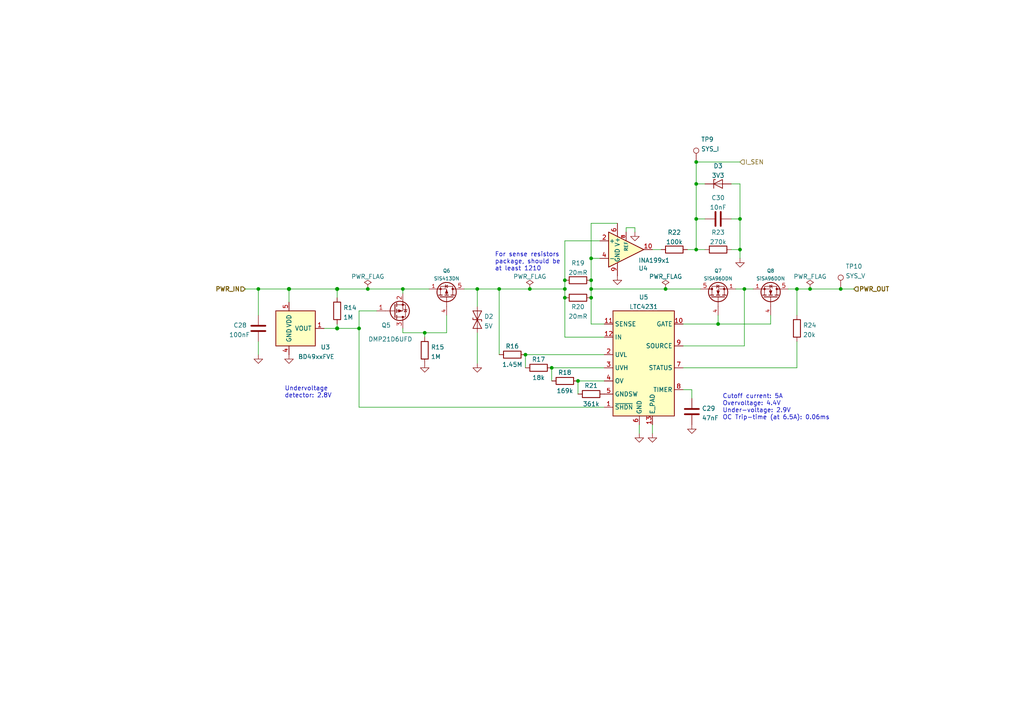
<source format=kicad_sch>
(kicad_sch (version 20210621) (generator eeschema)
  (paper "A4")
  (title_block (title "BUTCube - EPS") (date "2021-06-01") (rev "v1.0") (company "VUT - FIT(STRaDe) & FME(IAE & IPE)") (comment 1 "Author: Petr Malaník"))
  (lib_symbols
    (symbol "Connector:TestPoint" (pin_numbers hide) (pin_names (offset 0.762) hide)
      (property "Reference" "TP" (at 0 6.858 0))
      (property "Value" "TestPoint" (at 0 5.08 0))
      (symbol "TestPoint_0_1"
        (circle (center 0 3.302) (radius 0.762))
      )
      (symbol "TestPoint_1_1"
        (pin passive line (at 0 0 90) (length 2.54) (name "1") (number "1"))
      )
    )
    (symbol "Device:C" (pin_numbers hide) (pin_names (offset 0.254))
      (property "Reference" "C" (at 0.635 2.54 0))
      (property "Value" "C" (at 0.635 -2.54 0))
      (symbol "C_0_1"
        (polyline (pts (xy -2.032 -0.762) (xy 2.032 -0.762)) (stroke (width 0.508)))
        (polyline (pts (xy -2.032 0.762) (xy 2.032 0.762)) (stroke (width 0.508)))
      )
      (symbol "C_1_1"
        (pin passive line (at 0 3.81 270) (length 2.794) (name "~") (number "1"))
        (pin passive line (at 0 -3.81 90) (length 2.794) (name "~") (number "2"))
      )
    )
    (symbol "Device:D_TVS" (pin_numbers hide) (pin_names (offset 1.016) hide)
      (property "Reference" "D" (at 0 2.54 0))
      (property "Value" "D_TVS" (at 0 -2.54 0))
      (symbol "D_TVS_0_1"
        (polyline (pts (xy 1.27 0) (xy -1.27 0)))
        (polyline (pts (xy -2.54 -1.27) (xy 0 0) (xy -2.54 1.27) (xy -2.54 -1.27)) (stroke (width 0.2032)))
        (polyline (pts (xy 0.508 1.27) (xy 0 1.27) (xy 0 -1.27) (xy -0.508 -1.27)) (stroke (width 0.2032)))
        (polyline (pts (xy 2.54 1.27) (xy 2.54 -1.27) (xy 0 0) (xy 2.54 1.27)) (stroke (width 0.2032)))
      )
      (symbol "D_TVS_1_1"
        (pin passive line (at -3.81 0 0) (length 2.54) (name "A1") (number "1"))
        (pin passive line (at 3.81 0 180) (length 2.54) (name "A2") (number "2"))
      )
    )
    (symbol "Device:D_Zener" (pin_numbers hide) (pin_names (offset 1.016) hide)
      (property "Reference" "D" (at 0 2.54 0))
      (property "Value" "D_Zener" (at 0 -2.54 0))
      (symbol "D_Zener_0_1"
        (polyline (pts (xy 1.27 0) (xy -1.27 0)))
        (polyline (pts (xy -1.27 -1.27) (xy -1.27 1.27) (xy -0.762 1.27)) (stroke (width 0.2032)))
        (polyline (pts (xy 1.27 -1.27) (xy 1.27 1.27) (xy -1.27 0) (xy 1.27 -1.27)) (stroke (width 0.2032)))
      )
      (symbol "D_Zener_1_1"
        (pin passive line (at -3.81 0 0) (length 2.54) (name "K") (number "1"))
        (pin passive line (at 3.81 0 180) (length 2.54) (name "A") (number "2"))
      )
    )
    (symbol "Device:R" (pin_numbers hide) (pin_names (offset 0))
      (property "Reference" "R" (at 2.032 0 90))
      (property "Value" "R" (at 0 0 90))
      (symbol "R_0_1"
        (rectangle (start -1.016 -2.54) (end 1.016 2.54) (stroke (width 0.254)))
      )
      (symbol "R_1_1"
        (pin passive line (at 0 3.81 270) (length 1.27) (name "~") (number "1"))
        (pin passive line (at 0 -3.81 90) (length 1.27) (name "~") (number "2"))
      )
    )
    (symbol "Power_Management:BD49xxFVE" (pin_names (offset 1.016))
      (property "Reference" "U" (at -3.81 6.35 0))
      (property "Value" "BD49xxFVE" (at -5.08 0 90))
      (symbol "BD49xxFVE_1_1"
        (rectangle (start -3.81 5.08) (end 7.62 -5.08) (stroke (width 0.254)) (fill (type background)))
        (pin output line (at 10.16 0 180) (length 2.54) (name "VOUT") (number "1"))
        (pin passive line (at 0 -7.62 90) (length 2.54) hide (name "GND") (number "2"))
        (pin power_in line (at 0 -7.62 90) (length 2.54) (name "GND") (number "4"))
        (pin power_in line (at 0 7.62 270) (length 2.54) (name "VDD") (number "5"))
      )
    )
    (symbol "TCY_power_management:INA199" (pin_names (offset 0.127))
      (property "Reference" "U" (at 3.81 3.81 0))
      (property "Value" "INA199" (at 3.81 -3.81 0))
      (symbol "INA199_0_1"
        (polyline (pts (xy 5.08 0) (xy -5.08 5.08) (xy -5.08 -5.08) (xy 5.08 0)) (stroke (width 0.254)) (fill (type background)))
      )
      (symbol "INA199_1_1"
        (pin output line (at 7.62 0 180) (length 2.54) (name "~") (number "10"))
        (pin input line (at -7.62 2.54 0) (length 2.54) (name "+") (number "2"))
        (pin input line (at -7.62 2.54 0) (length 2.54) hide (name "+") (number "3"))
        (pin input line (at -7.62 -2.54 0) (length 2.54) (name "-") (number "4"))
        (pin input line (at -7.62 -2.54 0) (length 2.54) hide (name "-") (number "5"))
        (pin power_in line (at -2.54 7.62 270) (length 3.81) (name "V+") (number "6"))
        (pin input line (at 0 5.08 270) (length 2.54) (name "REF") (number "8"))
        (pin power_in line (at -2.54 -7.62 90) (length 3.81) (name "GND") (number "9"))
      )
    )
    (symbol "TCY_power_management:LTC4231"
      (property "Reference" "U" (at 0 11.43 0))
      (property "Value" "LTC4231" (at 0 -5.08 0))
      (symbol "LTC4231_0_1"
        (rectangle (start -8.89 15.24) (end 8.89 -15.24) (stroke (width 0.254)) (fill (type background)))
      )
      (symbol "LTC4231_1_1"
        (pin input line (at -11.43 -12.7 0) (length 2.54) (name "~{SHDN}") (number "1"))
        (pin output line (at 11.43 11.43 180) (length 2.54) (name "GATE") (number "10"))
        (pin input line (at -11.43 11.43 0) (length 2.54) (name "SENSE") (number "11"))
        (pin power_in line (at -11.43 7.62 0) (length 2.54) (name "IN") (number "12"))
        (pin passive line (at 2.54 -17.78 90) (length 2.54) (name "E_PAD") (number "13"))
        (pin input line (at -11.43 2.54 0) (length 2.54) (name "UVL") (number "2"))
        (pin input line (at -11.43 -1.27 0) (length 2.54) (name "UVH") (number "3"))
        (pin input line (at -11.43 -5.08 0) (length 2.54) (name "OV") (number "4"))
        (pin passive line (at -11.43 -8.89 0) (length 2.54) (name "GNDSW") (number "5"))
        (pin passive line (at -1.27 -17.78 90) (length 2.54) (name "GND") (number "6"))
        (pin output line (at 11.43 -1.27 180) (length 2.54) (name "STATUS") (number "7"))
        (pin passive line (at 11.43 -7.62 180) (length 2.54) (name "TIMER") (number "8"))
        (pin input line (at 11.43 5.08 180) (length 2.54) (name "SOURCE") (number "9"))
      )
    )
    (symbol "TCY_transistors:DMP21D6UFD" (pin_names (offset 0) hide)
      (property "Reference" "Q" (at 5.08 1.27 0))
      (property "Value" "DMP21D6UFD" (at -2.54 -15.24 0))
      (symbol "DMP21D6UFD_0_1"
        (circle (center 1.651 0) (radius 2.794) (stroke (width 0.254)))
        (circle (center 2.54 -1.778) (radius 0.254) (fill (type outline)))
        (circle (center 2.54 1.778) (radius 0.254) (fill (type outline)))
        (polyline (pts (xy 0.254 0) (xy -2.54 0)))
        (polyline (pts (xy 0.254 1.905) (xy 0.254 -1.905)) (stroke (width 0.254)))
        (polyline (pts (xy 0.762 -1.27) (xy 0.762 -2.286)) (stroke (width 0.254)))
        (polyline (pts (xy 0.762 0.508) (xy 0.762 -0.508)) (stroke (width 0.254)))
        (polyline (pts (xy 0.762 2.286) (xy 0.762 1.27)) (stroke (width 0.254)))
        (polyline (pts (xy 2.54 2.54) (xy 2.54 1.778)))
        (polyline (pts (xy 2.54 -2.54) (xy 2.54 0) (xy 0.762 0)))
        (polyline (pts (xy 0.762 1.778) (xy 3.302 1.778) (xy 3.302 -1.778) (xy 0.762 -1.778)))
        (polyline (pts (xy 2.794 -0.508) (xy 2.921 -0.381) (xy 3.683 -0.381) (xy 3.81 -0.254)))
        (polyline (pts (xy 3.302 -0.381) (xy 2.921 0.254) (xy 3.683 0.254) (xy 3.302 -0.381)))
        (polyline (pts (xy 2.286 0) (xy 1.27 0.381) (xy 1.27 -0.381) (xy 2.286 0)) (fill (type outline)))
      )
      (symbol "DMP21D6UFD_1_1"
        (pin input line (at -5.08 0 0) (length 2.54) (name "G") (number "1"))
        (pin passive line (at 2.54 -5.08 90) (length 2.54) (name "S") (number "2"))
        (pin passive line (at 2.54 5.08 270) (length 2.54) (name "D") (number "3"))
      )
    )
    (symbol "TCY_transistors:SiS413DN" (pin_names hide)
      (property "Reference" "Q" (at 8.89 2.54 0))
      (property "Value" "SiS413DN" (at 8.89 0 0))
      (symbol "SiS413DN_0_1"
        (circle (center -0.889 0) (radius 2.794) (stroke (width 0.254)))
        (circle (center 0 -1.778) (radius 0.254) (fill (type outline)))
        (circle (center 0 1.778) (radius 0.254) (fill (type outline)))
        (polyline (pts (xy -2.286 0) (xy -5.08 0)))
        (polyline (pts (xy -2.286 1.905) (xy -2.286 -1.905)) (stroke (width 0.254)))
        (polyline (pts (xy -1.778 -1.27) (xy -1.778 -2.286)) (stroke (width 0.254)))
        (polyline (pts (xy -1.778 0.508) (xy -1.778 -0.508)) (stroke (width 0.254)))
        (polyline (pts (xy -1.778 2.286) (xy -1.778 1.27)) (stroke (width 0.254)))
        (polyline (pts (xy 0 2.54) (xy 0 1.778)))
        (polyline (pts (xy 0 -2.54) (xy 0 0) (xy -1.778 0)))
        (polyline (pts (xy -1.778 1.778) (xy 0.762 1.778) (xy 0.762 -1.778) (xy -1.778 -1.778)))
        (polyline (pts (xy 0.254 -0.508) (xy 0.381 -0.381) (xy 1.143 -0.381) (xy 1.27 -0.254)))
        (polyline (pts (xy 0.762 -0.381) (xy 0.381 0.254) (xy 1.143 0.254) (xy 0.762 -0.381)))
        (polyline (pts (xy -0.254 0) (xy -1.27 0.381) (xy -1.27 -0.381) (xy -0.254 0)) (fill (type outline)))
      )
      (symbol "SiS413DN_1_1"
        (pin passive line (at 0 -5.08 90) (length 2.54) (name "S") (number "1"))
        (pin passive line (at 0 -5.08 90) (length 2.54) hide (name "S") (number "2"))
        (pin passive line (at 0 -5.08 90) (length 2.54) hide (name "S") (number "3"))
        (pin passive line (at -7.62 0 0) (length 2.54) (name "G") (number "4"))
        (pin passive line (at 0 5.08 270) (length 2.54) (name "D") (number "5"))
      )
    )
    (symbol "TCY_transistors:SiSA96DDN" (pin_names hide)
      (property "Reference" "Q" (at 7.62 1.27 0))
      (property "Value" "SiSA96DDN" (at 7.62 -1.27 0))
      (symbol "SiSA96DDN_0_1"
        (circle (center 1.651 0) (radius 2.794) (stroke (width 0.254)))
        (circle (center 2.54 -1.778) (radius 0.254) (fill (type outline)))
        (circle (center 2.54 1.778) (radius 0.254) (fill (type outline)))
        (polyline (pts (xy 0.254 0) (xy -2.54 0)))
        (polyline (pts (xy 0.254 1.905) (xy 0.254 -1.905)) (stroke (width 0.254)))
        (polyline (pts (xy 0.762 -1.27) (xy 0.762 -2.286)) (stroke (width 0.254)))
        (polyline (pts (xy 0.762 0.508) (xy 0.762 -0.508)) (stroke (width 0.254)))
        (polyline (pts (xy 0.762 2.286) (xy 0.762 1.27)) (stroke (width 0.254)))
        (polyline (pts (xy 2.54 2.54) (xy 2.54 1.778)))
        (polyline (pts (xy 2.54 2.54) (xy 2.54 1.778)))
        (polyline (pts (xy 2.54 -2.54) (xy 2.54 0) (xy 0.762 0)))
        (polyline (pts (xy 0.762 -1.778) (xy 3.302 -1.778) (xy 3.302 1.778) (xy 0.762 1.778)))
        (polyline (pts (xy 2.794 0.508) (xy 2.921 0.381) (xy 3.683 0.381) (xy 3.81 0.254)))
        (polyline (pts (xy 3.302 0.381) (xy 2.921 -0.254) (xy 3.683 -0.254) (xy 3.302 0.381)))
        (polyline (pts (xy 1.016 0) (xy 2.032 0.381) (xy 2.032 -0.381) (xy 1.016 0)) (fill (type outline)))
      )
      (symbol "SiSA96DDN_1_1"
        (pin passive line (at 2.54 -5.08 90) (length 2.54) (name "S") (number "1"))
        (pin passive line (at 2.54 -5.08 90) (length 2.54) hide (name "S") (number "2"))
        (pin passive line (at 2.54 -5.08 90) (length 2.54) hide (name "S") (number "3"))
        (pin passive line (at -5.08 0 0) (length 2.54) (name "G") (number "4"))
        (pin passive line (at 2.54 5.08 270) (length 2.54) (name "D") (number "5"))
      )
    )
    (symbol "power:GND" (power) (pin_names (offset 0))
      (property "Value" "GND" (at 0 -3.81 0))
      (symbol "GND_0_1"
        (polyline (pts (xy 0 0) (xy 0 -1.27) (xy 1.27 -1.27) (xy 0 -2.54) (xy -1.27 -1.27) (xy 0 -1.27)))
      )
      (symbol "GND_1_1"
        (pin power_in line (at 0 0 270) (length 0) hide (name "GND") (number "1"))
      )
    )
    (symbol "power:PWR_FLAG" (power) (pin_numbers hide) (pin_names (offset 0) hide)
      (property "Value" "PWR_FLAG" (at 0 3.81 0))
      (symbol "PWR_FLAG_0_0"
        (pin power_out line (at 0 0 90) (length 0) (name "pwr") (number "1"))
      )
      (symbol "PWR_FLAG_0_1"
        (polyline (pts (xy 0 0) (xy 0 1.27) (xy -1.016 1.905) (xy 0 2.54) (xy 1.016 1.905) (xy 0 1.27)))
      )
    )
  )
  (junction (at 74.93 83.82) (diameter 0.9144))
  (junction (at 83.82 83.82) (diameter 1.016))
  (junction (at 97.79 83.82) (diameter 1.016))
  (junction (at 97.79 95.25) (diameter 1.016))
  (junction (at 104.14 95.25) (diameter 0.9144))
  (junction (at 106.68 83.82) (diameter 0.9144))
  (junction (at 116.84 83.82) (diameter 0.9144))
  (junction (at 123.19 96.52) (diameter 0.9144))
  (junction (at 138.43 83.82) (diameter 0.9144))
  (junction (at 144.78 83.82) (diameter 0.9144))
  (junction (at 152.4 102.87) (diameter 0.9144))
  (junction (at 153.67 83.82) (diameter 0.9144))
  (junction (at 160.02 106.68) (diameter 0.9144))
  (junction (at 163.83 81.28) (diameter 0.9144))
  (junction (at 163.83 83.82) (diameter 0.9144))
  (junction (at 163.83 86.36) (diameter 0.9144))
  (junction (at 167.64 110.49) (diameter 0.9144))
  (junction (at 171.45 74.93) (diameter 0.9144))
  (junction (at 171.45 81.28) (diameter 0.9144))
  (junction (at 171.45 83.82) (diameter 0.9144))
  (junction (at 171.45 86.36) (diameter 0.9144))
  (junction (at 193.04 83.82) (diameter 0.9144))
  (junction (at 201.93 46.99) (diameter 0.9144))
  (junction (at 201.93 53.34) (diameter 0.9144))
  (junction (at 201.93 63.5) (diameter 0.9144))
  (junction (at 201.93 72.39) (diameter 0.9144))
  (junction (at 208.28 93.98) (diameter 0.9144))
  (junction (at 214.63 63.5) (diameter 0.9144))
  (junction (at 214.63 72.39) (diameter 0.9144))
  (junction (at 215.9 83.82) (diameter 0.9144))
  (junction (at 231.14 83.82) (diameter 0.9144))
  (junction (at 234.95 83.82) (diameter 0.9144))
  (junction (at 243.84 83.82) (diameter 0.9144))
  (wire (pts (xy 71.12 83.82) (xy 74.93 83.82)))
  (wire (pts (xy 74.93 83.82) (xy 74.93 91.44)))
  (wire (pts (xy 74.93 83.82) (xy 83.82 83.82)))
  (wire (pts (xy 74.93 99.06) (xy 74.93 102.87)))
  (wire (pts (xy 83.82 83.82) (xy 97.79 83.82)))
  (wire (pts (xy 83.82 87.63) (xy 83.82 83.82)))
  (wire (pts (xy 97.79 83.82) (xy 97.79 86.36)))
  (wire (pts (xy 97.79 83.82) (xy 106.68 83.82)))
  (wire (pts (xy 97.79 93.98) (xy 97.79 95.25)))
  (wire (pts (xy 97.79 95.25) (xy 93.98 95.25)))
  (wire (pts (xy 104.14 90.17) (xy 104.14 95.25)))
  (wire (pts (xy 104.14 95.25) (xy 97.79 95.25)))
  (wire (pts (xy 104.14 118.11) (xy 104.14 95.25)))
  (wire (pts (xy 106.68 83.82) (xy 116.84 83.82)))
  (wire (pts (xy 109.22 90.17) (xy 104.14 90.17)))
  (wire (pts (xy 116.84 83.82) (xy 116.84 85.09)))
  (wire (pts (xy 116.84 83.82) (xy 124.46 83.82)))
  (wire (pts (xy 116.84 95.25) (xy 116.84 96.52)))
  (wire (pts (xy 116.84 96.52) (xy 123.19 96.52)))
  (wire (pts (xy 123.19 96.52) (xy 123.19 97.79)))
  (wire (pts (xy 123.19 96.52) (xy 129.54 96.52)))
  (wire (pts (xy 129.54 91.44) (xy 129.54 96.52)))
  (wire (pts (xy 134.62 83.82) (xy 138.43 83.82)))
  (wire (pts (xy 138.43 83.82) (xy 138.43 88.9)))
  (wire (pts (xy 138.43 83.82) (xy 144.78 83.82)))
  (wire (pts (xy 138.43 96.52) (xy 138.43 105.41)))
  (wire (pts (xy 144.78 83.82) (xy 153.67 83.82)))
  (wire (pts (xy 144.78 102.87) (xy 144.78 83.82)))
  (wire (pts (xy 152.4 102.87) (xy 152.4 106.68)))
  (wire (pts (xy 152.4 102.87) (xy 175.26 102.87)))
  (wire (pts (xy 153.67 83.82) (xy 163.83 83.82)))
  (wire (pts (xy 160.02 106.68) (xy 160.02 110.49)))
  (wire (pts (xy 160.02 106.68) (xy 175.26 106.68)))
  (wire (pts (xy 163.83 69.85) (xy 163.83 81.28)))
  (wire (pts (xy 163.83 81.28) (xy 163.83 83.82)))
  (wire (pts (xy 163.83 86.36) (xy 163.83 83.82)))
  (wire (pts (xy 163.83 97.79) (xy 163.83 86.36)))
  (wire (pts (xy 167.64 110.49) (xy 167.64 114.3)))
  (wire (pts (xy 167.64 110.49) (xy 175.26 110.49)))
  (wire (pts (xy 171.45 64.77) (xy 171.45 74.93)))
  (wire (pts (xy 171.45 64.77) (xy 179.07 64.77)))
  (wire (pts (xy 171.45 74.93) (xy 171.45 81.28)))
  (wire (pts (xy 171.45 81.28) (xy 171.45 83.82)))
  (wire (pts (xy 171.45 83.82) (xy 193.04 83.82)))
  (wire (pts (xy 171.45 86.36) (xy 171.45 83.82)))
  (wire (pts (xy 171.45 93.98) (xy 171.45 86.36)))
  (wire (pts (xy 173.99 69.85) (xy 163.83 69.85)))
  (wire (pts (xy 173.99 74.93) (xy 171.45 74.93)))
  (wire (pts (xy 175.26 93.98) (xy 171.45 93.98)))
  (wire (pts (xy 175.26 97.79) (xy 163.83 97.79)))
  (wire (pts (xy 175.26 118.11) (xy 104.14 118.11)))
  (wire (pts (xy 181.61 66.04) (xy 184.15 66.04)))
  (wire (pts (xy 181.61 67.31) (xy 181.61 66.04)))
  (wire (pts (xy 184.15 66.04) (xy 184.15 67.31)))
  (wire (pts (xy 185.42 123.19) (xy 185.42 125.73)))
  (wire (pts (xy 189.23 72.39) (xy 191.77 72.39)))
  (wire (pts (xy 189.23 123.19) (xy 189.23 125.73)))
  (wire (pts (xy 193.04 83.82) (xy 203.2 83.82)))
  (wire (pts (xy 198.12 93.98) (xy 208.28 93.98)))
  (wire (pts (xy 198.12 100.33) (xy 215.9 100.33)))
  (wire (pts (xy 198.12 106.68) (xy 231.14 106.68)))
  (wire (pts (xy 198.12 113.03) (xy 200.66 113.03)))
  (wire (pts (xy 199.39 72.39) (xy 201.93 72.39)))
  (wire (pts (xy 200.66 113.03) (xy 200.66 115.57)))
  (wire (pts (xy 201.93 46.99) (xy 201.93 53.34)))
  (wire (pts (xy 201.93 46.99) (xy 214.63 46.99)))
  (wire (pts (xy 201.93 53.34) (xy 201.93 63.5)))
  (wire (pts (xy 201.93 63.5) (xy 201.93 72.39)))
  (wire (pts (xy 201.93 72.39) (xy 204.47 72.39)))
  (wire (pts (xy 204.47 53.34) (xy 201.93 53.34)))
  (wire (pts (xy 204.47 63.5) (xy 201.93 63.5)))
  (wire (pts (xy 208.28 91.44) (xy 208.28 93.98)))
  (wire (pts (xy 208.28 93.98) (xy 223.52 93.98)))
  (wire (pts (xy 212.09 53.34) (xy 214.63 53.34)))
  (wire (pts (xy 212.09 63.5) (xy 214.63 63.5)))
  (wire (pts (xy 212.09 72.39) (xy 214.63 72.39)))
  (wire (pts (xy 213.36 83.82) (xy 215.9 83.82)))
  (wire (pts (xy 214.63 53.34) (xy 214.63 63.5)))
  (wire (pts (xy 214.63 63.5) (xy 214.63 72.39)))
  (wire (pts (xy 214.63 72.39) (xy 214.63 74.93)))
  (wire (pts (xy 215.9 83.82) (xy 218.44 83.82)))
  (wire (pts (xy 215.9 100.33) (xy 215.9 83.82)))
  (wire (pts (xy 223.52 91.44) (xy 223.52 93.98)))
  (wire (pts (xy 231.14 83.82) (xy 228.6 83.82)))
  (wire (pts (xy 231.14 83.82) (xy 234.95 83.82)))
  (wire (pts (xy 231.14 91.44) (xy 231.14 83.82)))
  (wire (pts (xy 231.14 99.06) (xy 231.14 106.68)))
  (wire (pts (xy 234.95 83.82) (xy 243.84 83.82)))
  (wire (pts (xy 243.84 83.82) (xy 247.65 83.82)))
  (text "Undervoltage\ndetector: 2.8V" (at 82.55 115.57 0) (effects (font (size 1.27 1.27)) (justify left bottom)))
  (text "For sense resistors\npackage, should be\nat least 1210" (at 143.51 78.74 0) (effects (font (size 1.27 1.27)) (justify left bottom)))
  (text "Cutoff current: 5A\nOvervoltage: 4.4V\nUnder-voltage: 2.9V\nOC Trip-time (at 6.5A): 0.06ms" (at 209.55 121.92 0) (effects (font (size 1.27 1.27)) (justify left bottom)))
  (hierarchical_label "PWR_IN" (shape input) (at 71.12 83.82 180) (effects (font (thickness 0.254))))
  (hierarchical_label "I_SEN" (shape input) (at 214.63 46.99 0))
  (hierarchical_label "PWR_OUT" (shape input) (at 247.65 83.82 0) (effects (font (thickness 0.254))))
  (symbol (lib_id "power:PWR_FLAG") (at 106.68 83.82 0)
    (property "Reference" "#FLG03" (effects hide))
    (property "Value" "PWR_FLAG" (at 106.68 80.2154 0))
  )
  (symbol (lib_id "power:PWR_FLAG") (at 153.67 83.82 0)
    (property "Reference" "#FLG04" (effects hide))
    (property "Value" "PWR_FLAG" (at 153.67 80.2154 0))
  )
  (symbol (lib_id "power:PWR_FLAG") (at 193.04 83.82 0)
    (property "Reference" "#FLG05" (effects hide))
    (property "Value" "PWR_FLAG" (at 193.04 80.2154 0))
  )
  (symbol (lib_id "power:PWR_FLAG") (at 234.95 83.82 0)
    (property "Reference" "#FLG06" (effects hide))
    (property "Value" "PWR_FLAG" (at 234.95 80.2154 0))
  )
  (symbol (lib_id "Connector:TestPoint") (at 201.93 46.99 0)
    (property "Reference" "TP9" (at 203.3271 40.43 0) (effects (justify left)))
    (property "Value" "SYS_I" (at 203.3271 43.2051 0) (effects (justify left)))
    (property "Footprint" "TCY_connectors:TestPoint_Pad_D0.5mm" (effects hide))
  )
  (symbol (lib_id "Connector:TestPoint") (at 243.84 83.82 0)
    (property "Reference" "TP10" (at 245.2371 77.26 0) (effects (justify left)))
    (property "Value" "SYS_V" (at 245.2371 80.0351 0) (effects (justify left)))
    (property "Footprint" "TCY_connectors:TestPoint_Pad_D0.5mm" (effects hide))
  )
  (symbol (lib_id "power:GND") (at 74.93 102.87 0)
    (property "Reference" "#PWR053" (effects hide))
    (property "Value" "GND" (effects hide))
  )
  (symbol (lib_id "power:GND") (at 83.82 102.87 0)
    (property "Reference" "#PWR054" (effects hide))
    (property "Value" "GND" (effects hide))
  )
  (symbol (lib_id "power:GND") (at 123.19 105.41 0)
    (property "Reference" "#PWR055" (effects hide))
    (property "Value" "GND" (effects hide))
  )
  (symbol (lib_id "power:GND") (at 138.43 105.41 0)
    (property "Reference" "#PWR056" (effects hide))
    (property "Value" "GND" (effects hide))
  )
  (symbol (lib_id "power:GND") (at 179.07 80.01 0)
    (property "Reference" "#PWR057" (effects hide))
    (property "Value" "GND" (effects hide))
  )
  (symbol (lib_id "power:GND") (at 184.15 67.31 0)
    (property "Reference" "#PWR058" (effects hide))
    (property "Value" "GND" (effects hide))
  )
  (symbol (lib_id "power:GND") (at 185.42 125.73 0)
    (property "Reference" "#PWR059" (effects hide))
    (property "Value" "GND" (effects hide))
  )
  (symbol (lib_id "power:GND") (at 189.23 125.73 0)
    (property "Reference" "#PWR060" (effects hide))
    (property "Value" "GND" (effects hide))
  )
  (symbol (lib_id "power:GND") (at 200.66 123.19 0)
    (property "Reference" "#PWR061" (effects hide))
    (property "Value" "GND" (effects hide))
  )
  (symbol (lib_id "power:GND") (at 214.63 74.93 0)
    (property "Reference" "#PWR062" (effects hide))
    (property "Value" "GND" (effects hide))
  )
  (symbol (lib_id "Device:R") (at 97.79 90.17 0)
    (property "Reference" "R14" (at 99.5681 89.2615 0) (effects (justify left)))
    (property "Value" "1M" (at 99.5681 92.0366 0) (effects (justify left)))
    (property "Footprint" "TCY_passives:R_0603_1608Metric" (effects hide))
  )
  (symbol (lib_id "Device:R") (at 123.19 101.6 0)
    (property "Reference" "R15" (at 124.9681 100.6915 0) (effects (justify left)))
    (property "Value" "1M" (at 124.9681 103.4666 0) (effects (justify left)))
    (property "Footprint" "TCY_passives:R_0603_1608Metric" (effects hide))
  )
  (symbol (lib_id "Device:R") (at 148.59 102.87 90)
    (property "Reference" "R16" (at 148.59 100.4274 90))
    (property "Value" "1.45M" (at 148.59 105.7425 90))
    (property "Footprint" "TCY_passives:R_0603_1608Metric" (effects hide))
  )
  (symbol (lib_id "Device:R") (at 156.21 106.68 90)
    (property "Reference" "R17" (at 156.21 104.2374 90))
    (property "Value" "18k" (at 156.21 109.5525 90))
    (property "Footprint" "TCY_passives:R_0603_1608Metric" (effects hide))
  )
  (symbol (lib_id "Device:R") (at 163.83 110.49 90)
    (property "Reference" "R18" (at 163.83 108.0474 90))
    (property "Value" "169k" (at 163.83 113.3625 90))
    (property "Footprint" "TCY_passives:R_0603_1608Metric" (effects hide))
  )
  (symbol (lib_id "Device:R") (at 167.64 81.28 90)
    (property "Reference" "R19" (at 167.64 76.2974 90))
    (property "Value" "20mR" (at 167.64 79.0725 90))
    (property "Footprint" "Resistor_SMD:R_2010_5025Metric" (effects hide))
  )
  (symbol (lib_id "Device:R") (at 167.64 86.36 90)
    (property "Reference" "R20" (at 167.64 88.9974 90))
    (property "Value" "20mR" (at 167.64 91.7725 90))
    (property "Footprint" "Resistor_SMD:R_2010_5025Metric" (effects hide))
  )
  (symbol (lib_id "Device:R") (at 171.45 114.3 90)
    (property "Reference" "R21" (at 171.45 111.8574 90))
    (property "Value" "361k" (at 171.45 117.1725 90))
    (property "Footprint" "TCY_passives:R_0603_1608Metric" (effects hide))
  )
  (symbol (lib_id "Device:R") (at 195.58 72.39 90)
    (property "Reference" "R22" (at 195.58 67.4074 90))
    (property "Value" "100k" (at 195.58 70.1825 90))
    (property "Footprint" "TCY_passives:R_0603_1608Metric" (effects hide))
  )
  (symbol (lib_id "Device:R") (at 208.28 72.39 90)
    (property "Reference" "R23" (at 208.28 67.4074 90))
    (property "Value" "270k" (at 208.28 70.1825 90))
    (property "Footprint" "TCY_passives:R_0603_1608Metric" (effects hide))
  )
  (symbol (lib_id "Device:R") (at 231.14 95.25 0)
    (property "Reference" "R24" (at 232.9181 94.3415 0) (effects (justify left)))
    (property "Value" "20k" (at 232.9181 97.1166 0) (effects (justify left)))
    (property "Footprint" "TCY_passives:R_0603_1608Metric" (effects hide))
  )
  (symbol (lib_id "Device:D_TVS") (at 138.43 92.71 90)
    (property "Reference" "D2" (at 140.4367 91.8015 90) (effects (justify right)))
    (property "Value" "5V" (at 140.4367 94.5766 90) (effects (justify right)))
    (property "Footprint" "Diode_SMD:D_SMB" (effects hide))
  )
  (symbol (lib_id "Device:D_Zener") (at 208.28 53.34 0)
    (property "Reference" "D3" (at 208.28 48.1288 0))
    (property "Value" "3V3" (at 208.28 50.9039 0))
    (property "Footprint" "Diode_SMD:D_SOD-323F" (effects hide))
  )
  (symbol (lib_id "Device:C") (at 74.93 95.25 0)
    (property "Reference" "C28" (at 67.6911 94.3415 0) (effects (justify left)))
    (property "Value" "100nF" (at 66.4211 97.1166 0) (effects (justify left)))
    (property "Footprint" "TCY_passives:C_0603_1608Metric" (effects hide))
  )
  (symbol (lib_id "Device:C") (at 200.66 119.38 0)
    (property "Reference" "C29" (at 203.5811 118.4715 0) (effects (justify left)))
    (property "Value" "47nF" (at 203.5811 121.2466 0) (effects (justify left)))
    (property "Footprint" "TCY_passives:C_0603_1608Metric" (effects hide))
  )
  (symbol (lib_id "Device:C") (at 208.28 63.5 90)
    (property "Reference" "C30" (at 208.28 57.3744 90))
    (property "Value" "10nF" (at 208.28 60.1495 90))
    (property "Footprint" "TCY_passives:C_0603_1608Metric" (effects hide))
  )
  (symbol (lib_id "TCY_transistors:DMP21D6UFD") (at 114.3 90.17 0) (mirror x)
    (property "Reference" "Q5" (at 110.6171 94.3415 0) (effects (justify left)))
    (property "Value" "DMP21D6UFD" (at 106.8071 98.3866 0) (effects (justify left)))
    (property "Footprint" "TCY_IC:DFN-3_1.2x1.2mm" (effects hide))
  )
  (symbol (lib_id "TCY_transistors:SiS413DN") (at 129.54 83.82 270) (mirror x)
    (property "Reference" "Q6" (at 129.54 78.5488 90) (effects (font (size 1 1))))
    (property "Value" "SiS413DN" (at 129.54 80.7878 90) (effects (font (size 1 1))))
    (property "Footprint" "Package_SO:Vishay_PowerPAK_1212-8_Single" (effects hide))
    (property "Datasheet" "https://www.vishay.com/docs/63262/sis413dn.pdf" (effects hide))
  )
  (symbol (lib_id "TCY_transistors:SiSA96DDN") (at 208.28 86.36 90)
    (property "Reference" "Q7" (at 208.28 78.5488 90) (effects (font (size 1 1))))
    (property "Value" "SiSA96DDN" (at 208.28 80.7878 90) (effects (font (size 1 1))))
    (property "Footprint" "Package_SO:Vishay_PowerPAK_1212-8_Single" (effects hide))
    (property "Datasheet" "https://www.vishay.com/docs/75285/sisa96dn.pdf" (effects hide))
  )
  (symbol (lib_id "TCY_transistors:SiSA96DDN") (at 223.52 86.36 270) (mirror x)
    (property "Reference" "Q8" (at 223.52 78.5488 90) (effects (font (size 1 1))))
    (property "Value" "SiSA96DDN" (at 223.52 80.7878 90) (effects (font (size 1 1))))
    (property "Footprint" "Package_SO:Vishay_PowerPAK_1212-8_Single" (effects hide))
    (property "Datasheet" "https://www.vishay.com/docs/75285/sisa96dn.pdf" (effects hide))
  )
  (symbol (lib_id "Power_Management:BD49xxFVE") (at 83.82 95.25 0)
    (property "Reference" "U3" (at 95.7579 100.6915 0) (effects (justify right)))
    (property "Value" "BD49xxFVE" (at 97.0279 103.4666 0) (effects (justify right)))
    (property "Footprint" "Package_TO_SOT_SMD:VSOF5" (effects hide))
    (property "Datasheet" "https://www.rohm.de/datasheet/BD4830FVE/bd48xxg-e" (effects hide))
  )
  (symbol (lib_id "TCY_power_management:INA199") (at 181.61 72.39 0)
    (property "Reference" "U4" (at 185.1661 77.8315 0) (effects (justify left)))
    (property "Value" "INA199x1" (at 185.1661 75.5266 0) (effects (justify left)))
    (property "Footprint" "Package_DFN_QFN:UQFN-10_1.4x1.8mm_P0.4mm" (effects hide))
    (property "Datasheet" "https://www.ti.com/lit/ds/symlink/ina199.pdf" (effects hide))
  )
  (symbol (lib_id "TCY_power_management:LTC4231") (at 186.69 105.41 0)
    (property "Reference" "U5" (at 186.69 86.2034 0))
    (property "Value" "LTC4231" (at 186.69 88.9785 0))
    (property "Footprint" "Package_DFN_QFN:QFN-12-1EP_3x3mm_P0.5mm_EP1.65x1.65mm_ThermalVias" (effects hide))
    (property "Datasheet" "https://www.analog.com/media/en/technical-documentation/data-sheets/LTC4231.pdf" (effects hide))
  )
)
</source>
